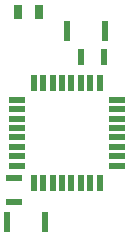
<source format=gbr>
G04 EAGLE Gerber RS-274X export*
G75*
%MOMM*%
%FSLAX34Y34*%
%LPD*%
%INSolderpaste Top*%
%IPPOS*%
%AMOC8*
5,1,8,0,0,1.08239X$1,22.5*%
G01*
%ADD10R,0.600000X1.475000*%
%ADD11R,1.475000X0.600000*%
%ADD12R,0.800000X1.200000*%
%ADD13R,0.620000X1.470000*%
%ADD14R,1.470000X0.620000*%
%ADD15R,0.620000X1.820000*%


D10*
X116156Y228108D03*
X108156Y228108D03*
X100156Y228108D03*
X92156Y228108D03*
X84156Y228108D03*
X76156Y228108D03*
X68156Y228108D03*
X60156Y228108D03*
D11*
X45776Y213728D03*
X45776Y205728D03*
X45776Y197728D03*
X45776Y189728D03*
X45776Y181728D03*
X45776Y173728D03*
X45776Y165728D03*
X45776Y157728D03*
D10*
X60156Y143348D03*
X68156Y143348D03*
X76156Y143348D03*
X84156Y143348D03*
X92156Y143348D03*
X100156Y143348D03*
X108156Y143348D03*
X116156Y143348D03*
D11*
X130536Y157728D03*
X130536Y165728D03*
X130536Y173728D03*
X130536Y181728D03*
X130536Y189728D03*
X130536Y197728D03*
X130536Y205728D03*
X130536Y213728D03*
D12*
X64862Y287510D03*
X46862Y287510D03*
D13*
X119964Y249664D03*
X99964Y249664D03*
D14*
X43180Y127160D03*
X43180Y147160D03*
D15*
X120140Y271780D03*
X88140Y271780D03*
X37340Y110490D03*
X69340Y110490D03*
M02*

</source>
